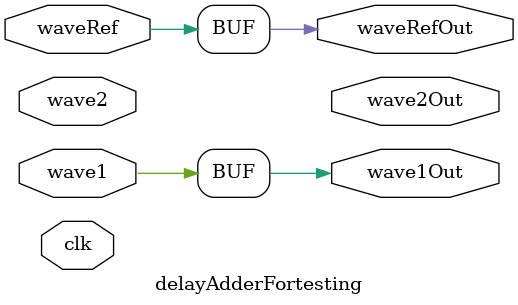
<source format=v>
`timescale 1ns / 1ps

module delayAdderFortesting(
    input clk,
    input waveRef,
    input wave1,
    input wave2,
    output waveRefOut,
    output wave1Out,
    output wave2Out
    );
    always @(clk)begin
    
    waveRefOut<=waveRef;
    wave1Out<=wave1;
    end    
endmodule

</source>
